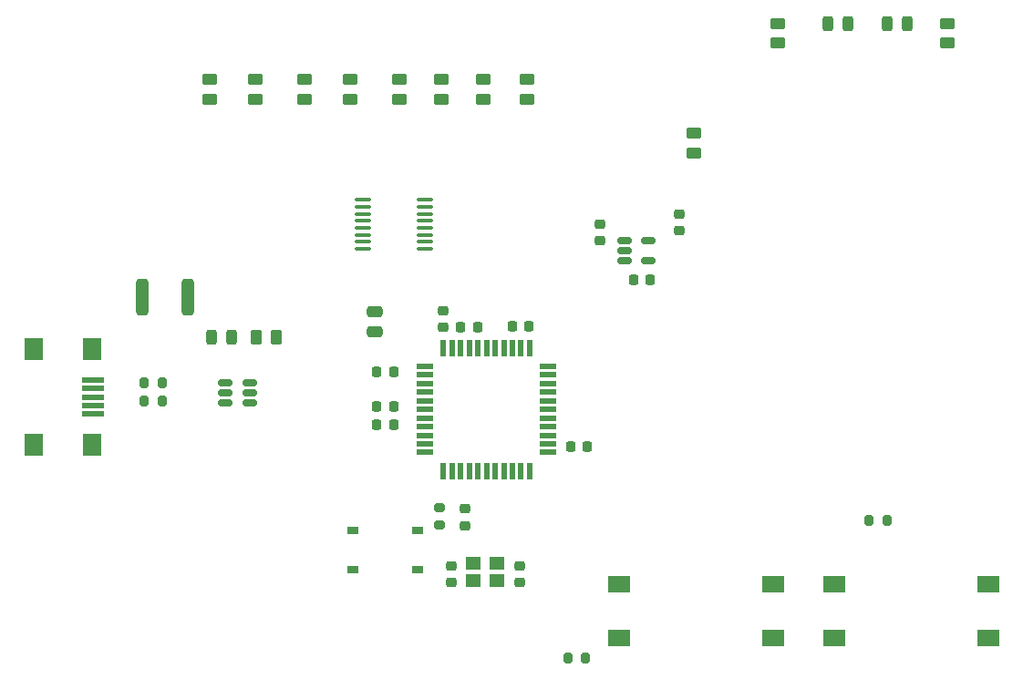
<source format=gbr>
%TF.GenerationSoftware,KiCad,Pcbnew,7.0.1*%
%TF.CreationDate,2023-04-24T08:20:04-06:00*%
%TF.ProjectId,Phase_B_Prototype,50686173-655f-4425-9f50-726f746f7479,rev?*%
%TF.SameCoordinates,Original*%
%TF.FileFunction,Paste,Top*%
%TF.FilePolarity,Positive*%
%FSLAX46Y46*%
G04 Gerber Fmt 4.6, Leading zero omitted, Abs format (unit mm)*
G04 Created by KiCad (PCBNEW 7.0.1) date 2023-04-24 08:20:04*
%MOMM*%
%LPD*%
G01*
G04 APERTURE LIST*
G04 Aperture macros list*
%AMRoundRect*
0 Rectangle with rounded corners*
0 $1 Rounding radius*
0 $2 $3 $4 $5 $6 $7 $8 $9 X,Y pos of 4 corners*
0 Add a 4 corners polygon primitive as box body*
4,1,4,$2,$3,$4,$5,$6,$7,$8,$9,$2,$3,0*
0 Add four circle primitives for the rounded corners*
1,1,$1+$1,$2,$3*
1,1,$1+$1,$4,$5*
1,1,$1+$1,$6,$7*
1,1,$1+$1,$8,$9*
0 Add four rect primitives between the rounded corners*
20,1,$1+$1,$2,$3,$4,$5,0*
20,1,$1+$1,$4,$5,$6,$7,0*
20,1,$1+$1,$6,$7,$8,$9,0*
20,1,$1+$1,$8,$9,$2,$3,0*%
G04 Aperture macros list end*
%ADD10RoundRect,0.250000X-0.450000X0.262500X-0.450000X-0.262500X0.450000X-0.262500X0.450000X0.262500X0*%
%ADD11R,1.000000X0.700000*%
%ADD12RoundRect,0.250000X0.450000X-0.262500X0.450000X0.262500X-0.450000X0.262500X-0.450000X-0.262500X0*%
%ADD13RoundRect,0.225000X-0.250000X0.225000X-0.250000X-0.225000X0.250000X-0.225000X0.250000X0.225000X0*%
%ADD14R,1.400000X1.200000*%
%ADD15RoundRect,0.250000X0.262500X0.450000X-0.262500X0.450000X-0.262500X-0.450000X0.262500X-0.450000X0*%
%ADD16RoundRect,0.250000X-0.312500X-1.450000X0.312500X-1.450000X0.312500X1.450000X-0.312500X1.450000X0*%
%ADD17RoundRect,0.150000X-0.512500X-0.150000X0.512500X-0.150000X0.512500X0.150000X-0.512500X0.150000X0*%
%ADD18R,2.000000X1.500000*%
%ADD19RoundRect,0.225000X0.225000X0.250000X-0.225000X0.250000X-0.225000X-0.250000X0.225000X-0.250000X0*%
%ADD20RoundRect,0.225000X0.250000X-0.225000X0.250000X0.225000X-0.250000X0.225000X-0.250000X-0.225000X0*%
%ADD21R,1.500000X0.550000*%
%ADD22R,0.550000X1.500000*%
%ADD23RoundRect,0.225000X-0.225000X-0.250000X0.225000X-0.250000X0.225000X0.250000X-0.225000X0.250000X0*%
%ADD24RoundRect,0.200000X-0.200000X-0.275000X0.200000X-0.275000X0.200000X0.275000X-0.200000X0.275000X0*%
%ADD25RoundRect,0.243750X-0.243750X-0.456250X0.243750X-0.456250X0.243750X0.456250X-0.243750X0.456250X0*%
%ADD26R,2.000000X0.500000*%
%ADD27R,1.700000X2.000000*%
%ADD28RoundRect,0.100000X-0.637500X-0.100000X0.637500X-0.100000X0.637500X0.100000X-0.637500X0.100000X0*%
%ADD29RoundRect,0.200000X0.200000X0.275000X-0.200000X0.275000X-0.200000X-0.275000X0.200000X-0.275000X0*%
%ADD30RoundRect,0.243750X0.243750X0.456250X-0.243750X0.456250X-0.243750X-0.456250X0.243750X-0.456250X0*%
%ADD31RoundRect,0.200000X0.275000X-0.200000X0.275000X0.200000X-0.275000X0.200000X-0.275000X-0.200000X0*%
%ADD32RoundRect,0.250000X-0.475000X0.250000X-0.475000X-0.250000X0.475000X-0.250000X0.475000X0.250000X0*%
G04 APERTURE END LIST*
D10*
%TO.C,R17*%
X167106600Y-69648700D03*
X167106600Y-71473700D03*
%TD*%
D11*
%TO.C,S3*%
X141439800Y-110223400D03*
X135439800Y-110223400D03*
X141439800Y-106523400D03*
X135439800Y-106523400D03*
%TD*%
D12*
%TO.C,R11*%
X143675000Y-66484600D03*
X143675000Y-64659600D03*
%TD*%
D13*
%TO.C,C2*%
X150952200Y-109829000D03*
X150952200Y-111379000D03*
%TD*%
D12*
%TO.C,R12*%
X147561200Y-66484600D03*
X147561200Y-64659600D03*
%TD*%
D14*
%TO.C,Y1*%
X148796000Y-109613800D03*
X146596000Y-109613800D03*
X146596000Y-111213800D03*
X148796000Y-111213800D03*
%TD*%
D12*
%TO.C,R3*%
X174863900Y-61297300D03*
X174863900Y-59472300D03*
%TD*%
D15*
%TO.C,R14*%
X128278800Y-88582600D03*
X126453800Y-88582600D03*
%TD*%
D16*
%TO.C,F1*%
X115832700Y-84899600D03*
X120107700Y-84899600D03*
%TD*%
D17*
%TO.C,U4*%
X123570400Y-92801000D03*
X123570400Y-93751000D03*
X123570400Y-94701000D03*
X125845400Y-94701000D03*
X125845400Y-93751000D03*
X125845400Y-92801000D03*
%TD*%
D18*
%TO.C,S1*%
X174434200Y-116573400D03*
X160134200Y-116573400D03*
X174434200Y-111573400D03*
X160134200Y-111573400D03*
%TD*%
D12*
%TO.C,R6*%
X135191400Y-66484600D03*
X135191400Y-64659600D03*
%TD*%
D19*
%TO.C,C9*%
X139218000Y-96774000D03*
X137668000Y-96774000D03*
%TD*%
D12*
%TO.C,R9*%
X126377600Y-66484600D03*
X126377600Y-64659600D03*
%TD*%
D20*
%TO.C,C12*%
X158369000Y-79654400D03*
X158369000Y-78104400D03*
%TD*%
D21*
%TO.C,U3*%
X142140600Y-91313600D03*
X142140600Y-92113600D03*
X142140600Y-92913600D03*
X142140600Y-93713600D03*
X142140600Y-94513600D03*
X142140600Y-95313600D03*
X142140600Y-96113600D03*
X142140600Y-96913600D03*
X142140600Y-97713600D03*
X142140600Y-98513600D03*
X142140600Y-99313600D03*
D22*
X143840600Y-101013600D03*
X144640600Y-101013600D03*
X145440600Y-101013600D03*
X146240600Y-101013600D03*
X147040600Y-101013600D03*
X147840600Y-101013600D03*
X148640600Y-101013600D03*
X149440600Y-101013600D03*
X150240600Y-101013600D03*
X151040600Y-101013600D03*
X151840600Y-101013600D03*
D21*
X153540600Y-99313600D03*
X153540600Y-98513600D03*
X153540600Y-97713600D03*
X153540600Y-96913600D03*
X153540600Y-96113600D03*
X153540600Y-95313600D03*
X153540600Y-94513600D03*
X153540600Y-93713600D03*
X153540600Y-92913600D03*
X153540600Y-92113600D03*
X153540600Y-91313600D03*
D22*
X151840600Y-89613600D03*
X151040600Y-89613600D03*
X150240600Y-89613600D03*
X149440600Y-89613600D03*
X148640600Y-89613600D03*
X147840600Y-89613600D03*
X147040600Y-89613600D03*
X146240600Y-89613600D03*
X145440600Y-89613600D03*
X144640600Y-89613600D03*
X143840600Y-89613600D03*
%TD*%
D23*
%TO.C,C6*%
X155625200Y-98780600D03*
X157175200Y-98780600D03*
%TD*%
D24*
%TO.C,R15*%
X116077400Y-94548600D03*
X117727400Y-94548600D03*
%TD*%
%TO.C,R16*%
X116077400Y-92872200D03*
X117727400Y-92872200D03*
%TD*%
D12*
%TO.C,R8*%
X130949600Y-66484600D03*
X130949600Y-64659600D03*
%TD*%
D20*
%TO.C,C14*%
X165735000Y-78689200D03*
X165735000Y-77139200D03*
%TD*%
%TO.C,C5*%
X143840200Y-87680800D03*
X143840200Y-86130800D03*
%TD*%
D19*
%TO.C,C13*%
X163068600Y-83235800D03*
X161518600Y-83235800D03*
%TD*%
D20*
%TO.C,C1*%
X144551400Y-111404400D03*
X144551400Y-109854400D03*
%TD*%
D12*
%TO.C,R10*%
X122110400Y-66484600D03*
X122110400Y-64659600D03*
%TD*%
%TO.C,R4*%
X190639600Y-61299200D03*
X190639600Y-59474200D03*
%TD*%
D19*
%TO.C,C3*%
X151778000Y-87604600D03*
X150228000Y-87604600D03*
%TD*%
D13*
%TO.C,C7*%
X145846800Y-104545800D03*
X145846800Y-106095800D03*
%TD*%
D18*
%TO.C,S2*%
X194398600Y-116522600D03*
X180098600Y-116522600D03*
X194398600Y-111522600D03*
X180098600Y-111522600D03*
%TD*%
D19*
%TO.C,C11*%
X139218000Y-95046800D03*
X137668000Y-95046800D03*
%TD*%
D25*
%TO.C,D2*%
X185028500Y-59470400D03*
X186903500Y-59470400D03*
%TD*%
D12*
%TO.C,R7*%
X139712600Y-66484600D03*
X139712600Y-64659600D03*
%TD*%
D19*
%TO.C,C8*%
X139217400Y-91846400D03*
X137667400Y-91846400D03*
%TD*%
D12*
%TO.C,R5*%
X151574400Y-66484600D03*
X151574400Y-64659600D03*
%TD*%
D26*
%TO.C,J1*%
X111323000Y-92555000D03*
X111323000Y-93355000D03*
X111323000Y-94155000D03*
X111323000Y-94955000D03*
X111323000Y-95755000D03*
D27*
X111223000Y-89705000D03*
X105773000Y-89705000D03*
X111223000Y-98605000D03*
X105773000Y-98605000D03*
%TD*%
D25*
%TO.C,D3*%
X122315900Y-88582600D03*
X124190900Y-88582600D03*
%TD*%
D28*
%TO.C,U2*%
X136367500Y-75842800D03*
X136367500Y-76492800D03*
X136367500Y-77142800D03*
X136367500Y-77792800D03*
X136367500Y-78442800D03*
X136367500Y-79092800D03*
X136367500Y-79742800D03*
X136367500Y-80392800D03*
X142092500Y-80392800D03*
X142092500Y-79742800D03*
X142092500Y-79092800D03*
X142092500Y-78442800D03*
X142092500Y-77792800D03*
X142092500Y-77142800D03*
X142092500Y-76492800D03*
X142092500Y-75842800D03*
%TD*%
D24*
%TO.C,R2*%
X183362600Y-105587800D03*
X185012600Y-105587800D03*
%TD*%
D29*
%TO.C,R1*%
X157047600Y-118376800D03*
X155397600Y-118376800D03*
%TD*%
D17*
%TO.C,U5*%
X160615200Y-79634000D03*
X160615200Y-80584000D03*
X160615200Y-81534000D03*
X162890200Y-81534000D03*
X162890200Y-79634000D03*
%TD*%
D30*
%TO.C,D1*%
X181412500Y-59470400D03*
X179537500Y-59470400D03*
%TD*%
D23*
%TO.C,C10*%
X145439800Y-87655400D03*
X146989800Y-87655400D03*
%TD*%
D31*
%TO.C,R13*%
X143497200Y-106082200D03*
X143497200Y-104432200D03*
%TD*%
D32*
%TO.C,C4*%
X137490200Y-86238000D03*
X137490200Y-88138000D03*
%TD*%
M02*

</source>
